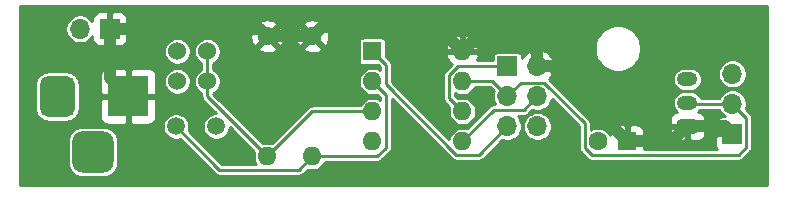
<source format=gtl>
%TF.GenerationSoftware,KiCad,Pcbnew,5.99.0+really5.1.10+dfsg1-1*%
%TF.CreationDate,2022-02-16T19:45:23+00:00*%
%TF.ProjectId,mayor,6d61796f-722e-46b6-9963-61645f706362,rev?*%
%TF.SameCoordinates,Original*%
%TF.FileFunction,Copper,L1,Top*%
%TF.FilePolarity,Positive*%
%FSLAX46Y46*%
G04 Gerber Fmt 4.6, Leading zero omitted, Abs format (unit mm)*
G04 Created by KiCad (PCBNEW 5.99.0+really5.1.10+dfsg1-1) date 2022-02-16 19:45:23*
%MOMM*%
%LPD*%
G01*
G04 APERTURE LIST*
%TA.AperFunction,ComponentPad*%
%ADD10R,1.700000X1.700000*%
%TD*%
%TA.AperFunction,ComponentPad*%
%ADD11O,1.700000X1.700000*%
%TD*%
%TA.AperFunction,ComponentPad*%
%ADD12R,1.600000X1.600000*%
%TD*%
%TA.AperFunction,ComponentPad*%
%ADD13O,1.600000X1.600000*%
%TD*%
%TA.AperFunction,ComponentPad*%
%ADD14C,1.600000*%
%TD*%
%TA.AperFunction,ComponentPad*%
%ADD15R,3.500000X3.500000*%
%TD*%
%TA.AperFunction,ComponentPad*%
%ADD16O,1.750000X1.200000*%
%TD*%
%TA.AperFunction,ComponentPad*%
%ADD17C,1.500000*%
%TD*%
%TA.AperFunction,ComponentPad*%
%ADD18C,1.524000*%
%TD*%
%TA.AperFunction,Conductor*%
%ADD19C,1.000000*%
%TD*%
%TA.AperFunction,Conductor*%
%ADD20C,0.250000*%
%TD*%
%TA.AperFunction,Conductor*%
%ADD21C,0.254000*%
%TD*%
%TA.AperFunction,Conductor*%
%ADD22C,0.100000*%
%TD*%
G04 APERTURE END LIST*
D10*
%TO.P,J2,1*%
%TO.N,MISO*%
X120650000Y-95520000D03*
D11*
%TO.P,J2,2*%
%TO.N,+5V*%
X123190000Y-95520000D03*
%TO.P,J2,3*%
%TO.N,LED_Data*%
X120650000Y-98060000D03*
%TO.P,J2,4*%
%TO.N,MOSI*%
X123190000Y-98060000D03*
%TO.P,J2,5*%
%TO.N,~RESET*%
X120650000Y-100600000D03*
%TO.P,J2,6*%
%TO.N,GND*%
X123190000Y-100600000D03*
%TD*%
D12*
%TO.P,U1,1*%
%TO.N,~RESET*%
X109220000Y-94250000D03*
D13*
%TO.P,U1,5*%
%TO.N,MOSI*%
X116840000Y-101870000D03*
%TO.P,U1,2*%
%TO.N,Light*%
X109220000Y-96790000D03*
%TO.P,U1,6*%
%TO.N,MISO*%
X116840000Y-99330000D03*
%TO.P,U1,3*%
%TO.N,Tilt*%
X109220000Y-99330000D03*
%TO.P,U1,7*%
%TO.N,LED_Data*%
X116840000Y-96790000D03*
%TO.P,U1,4*%
%TO.N,GND*%
X109220000Y-101870000D03*
%TO.P,U1,8*%
%TO.N,+5V*%
X116840000Y-94250000D03*
%TD*%
D12*
%TO.P,C1,1*%
%TO.N,+5V*%
X130810000Y-101870000D03*
D14*
%TO.P,C1,2*%
%TO.N,GND*%
X128310000Y-101870000D03*
%TD*%
D15*
%TO.P,J1,1*%
%TO.N,+5V*%
X88550000Y-98060000D03*
%TO.P,J1,2*%
%TO.N,GND*%
%TA.AperFunction,ComponentPad*%
G36*
G01*
X81050000Y-99060000D02*
X81050000Y-97060000D01*
G75*
G02*
X81800000Y-96310000I750000J0D01*
G01*
X83300000Y-96310000D01*
G75*
G02*
X84050000Y-97060000I0J-750000D01*
G01*
X84050000Y-99060000D01*
G75*
G02*
X83300000Y-99810000I-750000J0D01*
G01*
X81800000Y-99810000D01*
G75*
G02*
X81050000Y-99060000I0J750000D01*
G01*
G37*
%TD.AperFunction*%
%TO.P,J1,3*%
%TO.N,N/C*%
%TA.AperFunction,ComponentPad*%
G36*
G01*
X83800000Y-103635000D02*
X83800000Y-101885000D01*
G75*
G02*
X84675000Y-101010000I875000J0D01*
G01*
X86425000Y-101010000D01*
G75*
G02*
X87300000Y-101885000I0J-875000D01*
G01*
X87300000Y-103635000D01*
G75*
G02*
X86425000Y-104510000I-875000J0D01*
G01*
X84675000Y-104510000D01*
G75*
G02*
X83800000Y-103635000I0J875000D01*
G01*
G37*
%TD.AperFunction*%
%TD*%
%TO.P,J3,1*%
%TO.N,+5V*%
%TA.AperFunction,ComponentPad*%
G36*
G01*
X136515001Y-101200000D02*
X135264999Y-101200000D01*
G75*
G02*
X135015000Y-100950001I0J249999D01*
G01*
X135015000Y-100249999D01*
G75*
G02*
X135264999Y-100000000I249999J0D01*
G01*
X136515001Y-100000000D01*
G75*
G02*
X136765000Y-100249999I0J-249999D01*
G01*
X136765000Y-100950001D01*
G75*
G02*
X136515001Y-101200000I-249999J0D01*
G01*
G37*
%TD.AperFunction*%
D16*
%TO.P,J3,2*%
%TO.N,LED_Data*%
X135890000Y-98600000D03*
%TO.P,J3,3*%
%TO.N,GND*%
X135890000Y-96600000D03*
%TD*%
D14*
%TO.P,R1,1*%
%TO.N,+5V*%
X104140000Y-92980000D03*
D13*
%TO.P,R1,2*%
%TO.N,Light*%
X104140000Y-103140000D03*
%TD*%
D17*
%TO.P,R2,1*%
%TO.N,Light*%
X92595001Y-100600000D03*
%TO.P,R2,2*%
%TO.N,GND*%
X95995001Y-100600000D03*
%TD*%
D13*
%TO.P,R3,2*%
%TO.N,Tilt*%
X100330000Y-103140000D03*
D14*
%TO.P,R3,1*%
%TO.N,+5V*%
X100330000Y-92980000D03*
%TD*%
D18*
%TO.P,SW1,1*%
%TO.N,Tilt*%
X95250000Y-96790000D03*
X95250000Y-94250000D03*
%TO.P,SW1,2*%
%TO.N,GND*%
X92710000Y-96790000D03*
X92710000Y-94250000D03*
%TD*%
D10*
%TO.P,J4,1*%
%TO.N,+5V*%
X86995000Y-92345000D03*
D11*
%TO.P,J4,2*%
%TO.N,GND*%
X84455000Y-92345000D03*
%TD*%
D10*
%TO.P,J5,1*%
%TO.N,+5V*%
X139700000Y-101235000D03*
D11*
%TO.P,J5,2*%
%TO.N,LED_Data*%
X139700000Y-98695000D03*
%TO.P,J5,3*%
%TO.N,GND*%
X139700000Y-96155000D03*
%TD*%
D19*
%TO.N,+5V*%
X86995000Y-96505000D02*
X88550000Y-98060000D01*
X86995000Y-92345000D02*
X86995000Y-96505000D01*
X99695000Y-92345000D02*
X100330000Y-92980000D01*
X86995000Y-92345000D02*
X99695000Y-92345000D01*
X100330000Y-92980000D02*
X104140000Y-92980000D01*
X114770001Y-92180001D02*
X116840000Y-94250000D01*
X104939999Y-92180001D02*
X114770001Y-92180001D01*
X104140000Y-92980000D02*
X104939999Y-92180001D01*
X123190000Y-94317919D02*
X123190000Y-95520000D01*
X122322082Y-93450001D02*
X123190000Y-94317919D01*
X117639999Y-93450001D02*
X122322082Y-93450001D01*
X116840000Y-94250000D02*
X117639999Y-93450001D01*
X124460000Y-95520000D02*
X130810000Y-101870000D01*
X123190000Y-95520000D02*
X124460000Y-95520000D01*
X134620000Y-101870000D02*
X135890000Y-100600000D01*
X130810000Y-101870000D02*
X134620000Y-101870000D01*
X139065000Y-100600000D02*
X139700000Y-101235000D01*
X135890000Y-100600000D02*
X139065000Y-100600000D01*
D20*
%TO.N,MISO*%
X115714999Y-98204999D02*
X116840000Y-99330000D01*
X115714999Y-96249999D02*
X115714999Y-98204999D01*
X116444998Y-95520000D02*
X115714999Y-96249999D01*
X120650000Y-95520000D02*
X116444998Y-95520000D01*
%TO.N,LED_Data*%
X119380000Y-96790000D02*
X120650000Y-98060000D01*
X116840000Y-96790000D02*
X119380000Y-96790000D01*
X140875001Y-99870001D02*
X139700000Y-98695000D01*
X140875001Y-102345001D02*
X140875001Y-99870001D01*
X140225001Y-102995001D02*
X140875001Y-102345001D01*
X127769999Y-102995001D02*
X140225001Y-102995001D01*
X127184999Y-102410001D02*
X127769999Y-102995001D01*
X127184999Y-100315997D02*
X127184999Y-102410001D01*
X123754001Y-96884999D02*
X127184999Y-100315997D01*
X121825001Y-96884999D02*
X123754001Y-96884999D01*
X120650000Y-98060000D02*
X121825001Y-96884999D01*
X135985000Y-98695000D02*
X135890000Y-98600000D01*
X139700000Y-98695000D02*
X135985000Y-98695000D01*
%TO.N,MOSI*%
X119474999Y-99235001D02*
X116840000Y-101870000D01*
X122014999Y-99235001D02*
X119474999Y-99235001D01*
X123190000Y-98060000D02*
X122014999Y-99235001D01*
%TO.N,~RESET*%
X110345001Y-95375001D02*
X109220000Y-94250000D01*
X110345001Y-97040003D02*
X110345001Y-95375001D01*
X116299999Y-102995001D02*
X110345001Y-97040003D01*
X118254999Y-102995001D02*
X116299999Y-102995001D01*
X120650000Y-100600000D02*
X118254999Y-102995001D01*
%TO.N,Light*%
X103014999Y-104265001D02*
X104140000Y-103140000D01*
X96260002Y-104265001D02*
X103014999Y-104265001D01*
X92595001Y-100600000D02*
X96260002Y-104265001D01*
X110345001Y-97915001D02*
X109220000Y-96790000D01*
X110345001Y-102410001D02*
X110345001Y-97915001D01*
X109615002Y-103140000D02*
X110345001Y-102410001D01*
X104140000Y-103140000D02*
X109615002Y-103140000D01*
%TO.N,Tilt*%
X95250000Y-94250000D02*
X95250000Y-96790000D01*
X95250000Y-98060000D02*
X100330000Y-103140000D01*
X95250000Y-96790000D02*
X95250000Y-98060000D01*
X104140000Y-99330000D02*
X109220000Y-99330000D01*
X100330000Y-103140000D02*
X104140000Y-99330000D01*
%TD*%
D21*
%TO.N,+5V*%
X142598001Y-105598000D02*
X79402000Y-105598000D01*
X79402000Y-101885000D01*
X83421176Y-101885000D01*
X83421176Y-103635000D01*
X83445268Y-103879609D01*
X83516618Y-104114818D01*
X83632483Y-104331587D01*
X83788413Y-104521587D01*
X83978413Y-104677517D01*
X84195182Y-104793382D01*
X84430391Y-104864732D01*
X84675000Y-104888824D01*
X86425000Y-104888824D01*
X86669609Y-104864732D01*
X86904818Y-104793382D01*
X87121587Y-104677517D01*
X87311587Y-104521587D01*
X87467517Y-104331587D01*
X87583382Y-104114818D01*
X87654732Y-103879609D01*
X87678824Y-103635000D01*
X87678824Y-101885000D01*
X87654732Y-101640391D01*
X87583382Y-101405182D01*
X87467517Y-101188413D01*
X87311587Y-100998413D01*
X87121587Y-100842483D01*
X86904818Y-100726618D01*
X86669609Y-100655268D01*
X86425000Y-100631176D01*
X84675000Y-100631176D01*
X84430391Y-100655268D01*
X84195182Y-100726618D01*
X83978413Y-100842483D01*
X83788413Y-100998413D01*
X83632483Y-101188413D01*
X83516618Y-101405182D01*
X83445268Y-101640391D01*
X83421176Y-101885000D01*
X79402000Y-101885000D01*
X79402000Y-100489000D01*
X91468001Y-100489000D01*
X91468001Y-100711000D01*
X91511311Y-100928734D01*
X91596267Y-101133835D01*
X91719603Y-101318421D01*
X91876580Y-101475398D01*
X92061166Y-101598734D01*
X92266267Y-101683690D01*
X92484001Y-101727000D01*
X92706001Y-101727000D01*
X92923735Y-101683690D01*
X92955570Y-101670503D01*
X95887605Y-104602539D01*
X95903318Y-104621685D01*
X95979757Y-104684418D01*
X96066966Y-104731032D01*
X96161593Y-104759737D01*
X96235349Y-104767001D01*
X96235358Y-104767001D01*
X96260001Y-104769428D01*
X96284644Y-104767001D01*
X102990356Y-104767001D01*
X103014999Y-104769428D01*
X103039642Y-104767001D01*
X103039652Y-104767001D01*
X103113408Y-104759737D01*
X103208035Y-104731032D01*
X103295244Y-104684418D01*
X103371683Y-104621685D01*
X103387400Y-104602534D01*
X103741163Y-104248772D01*
X103796682Y-104271769D01*
X104024076Y-104317000D01*
X104255924Y-104317000D01*
X104483318Y-104271769D01*
X104697519Y-104183044D01*
X104890294Y-104054236D01*
X105054236Y-103890294D01*
X105183044Y-103697519D01*
X105206041Y-103642000D01*
X109590359Y-103642000D01*
X109615002Y-103644427D01*
X109639645Y-103642000D01*
X109639655Y-103642000D01*
X109713411Y-103634736D01*
X109808038Y-103606031D01*
X109895247Y-103559417D01*
X109971686Y-103496684D01*
X109987403Y-103477533D01*
X110682539Y-102782398D01*
X110701685Y-102766685D01*
X110717401Y-102747536D01*
X110764417Y-102690247D01*
X110764418Y-102690246D01*
X110811032Y-102603037D01*
X110839737Y-102508410D01*
X110847001Y-102434654D01*
X110847001Y-102434645D01*
X110849428Y-102410002D01*
X110847001Y-102385359D01*
X110847001Y-98251937D01*
X115927602Y-103332539D01*
X115943315Y-103351685D01*
X116019754Y-103414418D01*
X116106963Y-103461032D01*
X116201590Y-103489737D01*
X116275346Y-103497001D01*
X116275356Y-103497001D01*
X116299999Y-103499428D01*
X116324642Y-103497001D01*
X118230356Y-103497001D01*
X118254999Y-103499428D01*
X118279642Y-103497001D01*
X118279652Y-103497001D01*
X118353408Y-103489737D01*
X118448035Y-103461032D01*
X118535244Y-103414418D01*
X118611683Y-103351685D01*
X118627401Y-103332534D01*
X120212895Y-101747040D01*
X120292097Y-101779847D01*
X120529151Y-101827000D01*
X120770849Y-101827000D01*
X121007903Y-101779847D01*
X121231202Y-101687353D01*
X121432167Y-101553073D01*
X121603073Y-101382167D01*
X121737353Y-101181202D01*
X121829847Y-100957903D01*
X121877000Y-100720849D01*
X121877000Y-100479151D01*
X121963000Y-100479151D01*
X121963000Y-100720849D01*
X122010153Y-100957903D01*
X122102647Y-101181202D01*
X122236927Y-101382167D01*
X122407833Y-101553073D01*
X122608798Y-101687353D01*
X122832097Y-101779847D01*
X123069151Y-101827000D01*
X123310849Y-101827000D01*
X123547903Y-101779847D01*
X123771202Y-101687353D01*
X123972167Y-101553073D01*
X124143073Y-101382167D01*
X124277353Y-101181202D01*
X124369847Y-100957903D01*
X124417000Y-100720849D01*
X124417000Y-100479151D01*
X124369847Y-100242097D01*
X124277353Y-100018798D01*
X124143073Y-99817833D01*
X123972167Y-99646927D01*
X123771202Y-99512647D01*
X123547903Y-99420153D01*
X123310849Y-99373000D01*
X123069151Y-99373000D01*
X122832097Y-99420153D01*
X122608798Y-99512647D01*
X122407833Y-99646927D01*
X122236927Y-99817833D01*
X122102647Y-100018798D01*
X122010153Y-100242097D01*
X121963000Y-100479151D01*
X121877000Y-100479151D01*
X121829847Y-100242097D01*
X121737353Y-100018798D01*
X121603073Y-99817833D01*
X121522241Y-99737001D01*
X121990356Y-99737001D01*
X122014999Y-99739428D01*
X122039642Y-99737001D01*
X122039652Y-99737001D01*
X122113408Y-99729737D01*
X122208035Y-99701032D01*
X122295244Y-99654418D01*
X122371683Y-99591685D01*
X122387400Y-99572534D01*
X122752894Y-99207040D01*
X122832097Y-99239847D01*
X123069151Y-99287000D01*
X123310849Y-99287000D01*
X123547903Y-99239847D01*
X123771202Y-99147353D01*
X123972167Y-99013073D01*
X124143073Y-98842167D01*
X124277353Y-98641202D01*
X124369847Y-98417903D01*
X124404211Y-98245143D01*
X126682999Y-100523932D01*
X126683000Y-102385348D01*
X126680572Y-102410001D01*
X126690264Y-102508410D01*
X126718969Y-102603037D01*
X126765583Y-102690246D01*
X126812600Y-102747536D01*
X126812601Y-102747537D01*
X126828316Y-102766685D01*
X126847462Y-102782398D01*
X127397602Y-103332539D01*
X127413315Y-103351685D01*
X127489754Y-103414418D01*
X127576963Y-103461032D01*
X127671590Y-103489737D01*
X127745346Y-103497001D01*
X127745356Y-103497001D01*
X127769999Y-103499428D01*
X127794642Y-103497001D01*
X140200358Y-103497001D01*
X140225001Y-103499428D01*
X140249644Y-103497001D01*
X140249654Y-103497001D01*
X140323410Y-103489737D01*
X140418037Y-103461032D01*
X140505246Y-103414418D01*
X140581685Y-103351685D01*
X140597402Y-103332534D01*
X141212544Y-102717394D01*
X141231685Y-102701685D01*
X141247393Y-102682545D01*
X141247401Y-102682537D01*
X141294417Y-102625247D01*
X141294418Y-102625246D01*
X141341032Y-102538037D01*
X141369737Y-102443410D01*
X141377001Y-102369654D01*
X141377001Y-102369644D01*
X141379428Y-102345001D01*
X141377001Y-102320358D01*
X141377001Y-99894643D01*
X141379428Y-99870000D01*
X141377001Y-99845357D01*
X141377001Y-99845348D01*
X141369737Y-99771592D01*
X141341032Y-99676965D01*
X141294418Y-99589756D01*
X141231685Y-99513317D01*
X141212539Y-99497604D01*
X140847040Y-99132105D01*
X140879847Y-99052903D01*
X140927000Y-98815849D01*
X140927000Y-98574151D01*
X140879847Y-98337097D01*
X140787353Y-98113798D01*
X140653073Y-97912833D01*
X140482167Y-97741927D01*
X140281202Y-97607647D01*
X140057903Y-97515153D01*
X139820849Y-97468000D01*
X139579151Y-97468000D01*
X139342097Y-97515153D01*
X139118798Y-97607647D01*
X138917833Y-97741927D01*
X138746927Y-97912833D01*
X138612647Y-98113798D01*
X138579840Y-98193000D01*
X137055262Y-98193000D01*
X136981276Y-98054582D01*
X136859186Y-97905814D01*
X136710418Y-97783724D01*
X136540691Y-97693003D01*
X136356525Y-97637137D01*
X136212993Y-97623000D01*
X135567007Y-97623000D01*
X135423475Y-97637137D01*
X135239309Y-97693003D01*
X135069582Y-97783724D01*
X134920814Y-97905814D01*
X134798724Y-98054582D01*
X134708003Y-98224309D01*
X134652137Y-98408475D01*
X134633273Y-98600000D01*
X134652137Y-98791525D01*
X134708003Y-98975691D01*
X134798724Y-99145418D01*
X134920814Y-99294186D01*
X135004606Y-99362952D01*
X134890518Y-99374188D01*
X134770820Y-99410498D01*
X134660506Y-99469463D01*
X134563815Y-99548815D01*
X134484463Y-99645506D01*
X134425498Y-99755820D01*
X134389188Y-99875518D01*
X134376928Y-100000000D01*
X134380000Y-100314250D01*
X134538750Y-100473000D01*
X135763000Y-100473000D01*
X135763000Y-100453000D01*
X136017000Y-100453000D01*
X136017000Y-100473000D01*
X137241250Y-100473000D01*
X137400000Y-100314250D01*
X137403072Y-100000000D01*
X137390812Y-99875518D01*
X137354502Y-99755820D01*
X137295537Y-99645506D01*
X137216185Y-99548815D01*
X137119494Y-99469463D01*
X137009180Y-99410498D01*
X136889482Y-99374188D01*
X136775394Y-99362952D01*
X136859186Y-99294186D01*
X136938944Y-99197000D01*
X138579840Y-99197000D01*
X138612647Y-99276202D01*
X138746927Y-99477167D01*
X138917833Y-99648073D01*
X139067553Y-99748112D01*
X138850000Y-99746928D01*
X138725518Y-99759188D01*
X138605820Y-99795498D01*
X138495506Y-99854463D01*
X138398815Y-99933815D01*
X138319463Y-100030506D01*
X138260498Y-100140820D01*
X138224188Y-100260518D01*
X138211928Y-100385000D01*
X138215000Y-100949250D01*
X138373750Y-101108000D01*
X139573000Y-101108000D01*
X139573000Y-101088000D01*
X139827000Y-101088000D01*
X139827000Y-101108000D01*
X139847000Y-101108000D01*
X139847000Y-101362000D01*
X139827000Y-101362000D01*
X139827000Y-101382000D01*
X139573000Y-101382000D01*
X139573000Y-101362000D01*
X138373750Y-101362000D01*
X138215000Y-101520750D01*
X138211928Y-102085000D01*
X138224188Y-102209482D01*
X138260498Y-102329180D01*
X138319463Y-102439494D01*
X138363375Y-102493001D01*
X132247015Y-102493001D01*
X132245000Y-102155750D01*
X132086250Y-101997000D01*
X130937000Y-101997000D01*
X130937000Y-102017000D01*
X130683000Y-102017000D01*
X130683000Y-101997000D01*
X130663000Y-101997000D01*
X130663000Y-101743000D01*
X130683000Y-101743000D01*
X130683000Y-100593750D01*
X130937000Y-100593750D01*
X130937000Y-101743000D01*
X132086250Y-101743000D01*
X132245000Y-101584250D01*
X132247295Y-101200000D01*
X134376928Y-101200000D01*
X134389188Y-101324482D01*
X134425498Y-101444180D01*
X134484463Y-101554494D01*
X134563815Y-101651185D01*
X134660506Y-101730537D01*
X134770820Y-101789502D01*
X134890518Y-101825812D01*
X135015000Y-101838072D01*
X135604250Y-101835000D01*
X135763000Y-101676250D01*
X135763000Y-100727000D01*
X136017000Y-100727000D01*
X136017000Y-101676250D01*
X136175750Y-101835000D01*
X136765000Y-101838072D01*
X136889482Y-101825812D01*
X137009180Y-101789502D01*
X137119494Y-101730537D01*
X137216185Y-101651185D01*
X137295537Y-101554494D01*
X137354502Y-101444180D01*
X137390812Y-101324482D01*
X137403072Y-101200000D01*
X137400000Y-100885750D01*
X137241250Y-100727000D01*
X136017000Y-100727000D01*
X135763000Y-100727000D01*
X134538750Y-100727000D01*
X134380000Y-100885750D01*
X134376928Y-101200000D01*
X132247295Y-101200000D01*
X132248072Y-101070000D01*
X132235812Y-100945518D01*
X132199502Y-100825820D01*
X132140537Y-100715506D01*
X132061185Y-100618815D01*
X131964494Y-100539463D01*
X131854180Y-100480498D01*
X131734482Y-100444188D01*
X131610000Y-100431928D01*
X131095750Y-100435000D01*
X130937000Y-100593750D01*
X130683000Y-100593750D01*
X130524250Y-100435000D01*
X130010000Y-100431928D01*
X129885518Y-100444188D01*
X129765820Y-100480498D01*
X129655506Y-100539463D01*
X129558815Y-100618815D01*
X129479463Y-100715506D01*
X129420498Y-100825820D01*
X129384188Y-100945518D01*
X129371928Y-101070000D01*
X129373674Y-101362286D01*
X129353044Y-101312481D01*
X129224236Y-101119706D01*
X129060294Y-100955764D01*
X128867519Y-100826956D01*
X128653318Y-100738231D01*
X128425924Y-100693000D01*
X128194076Y-100693000D01*
X127966682Y-100738231D01*
X127752481Y-100826956D01*
X127686999Y-100870710D01*
X127686999Y-100340640D01*
X127689426Y-100315997D01*
X127686999Y-100291354D01*
X127686999Y-100291344D01*
X127679735Y-100217588D01*
X127651030Y-100122961D01*
X127604416Y-100035752D01*
X127541683Y-99959313D01*
X127522537Y-99943600D01*
X124188511Y-96609575D01*
X124199133Y-96600000D01*
X134633273Y-96600000D01*
X134652137Y-96791525D01*
X134708003Y-96975691D01*
X134798724Y-97145418D01*
X134920814Y-97294186D01*
X135069582Y-97416276D01*
X135239309Y-97506997D01*
X135423475Y-97562863D01*
X135567007Y-97577000D01*
X136212993Y-97577000D01*
X136356525Y-97562863D01*
X136540691Y-97506997D01*
X136710418Y-97416276D01*
X136859186Y-97294186D01*
X136981276Y-97145418D01*
X137071997Y-96975691D01*
X137127863Y-96791525D01*
X137146727Y-96600000D01*
X137127863Y-96408475D01*
X137071997Y-96224309D01*
X136981276Y-96054582D01*
X136964509Y-96034151D01*
X138473000Y-96034151D01*
X138473000Y-96275849D01*
X138520153Y-96512903D01*
X138612647Y-96736202D01*
X138746927Y-96937167D01*
X138917833Y-97108073D01*
X139118798Y-97242353D01*
X139342097Y-97334847D01*
X139579151Y-97382000D01*
X139820849Y-97382000D01*
X140057903Y-97334847D01*
X140281202Y-97242353D01*
X140482167Y-97108073D01*
X140653073Y-96937167D01*
X140787353Y-96736202D01*
X140879847Y-96512903D01*
X140927000Y-96275849D01*
X140927000Y-96034151D01*
X140879847Y-95797097D01*
X140787353Y-95573798D01*
X140653073Y-95372833D01*
X140482167Y-95201927D01*
X140281202Y-95067647D01*
X140057903Y-94975153D01*
X139820849Y-94928000D01*
X139579151Y-94928000D01*
X139342097Y-94975153D01*
X139118798Y-95067647D01*
X138917833Y-95201927D01*
X138746927Y-95372833D01*
X138612647Y-95573798D01*
X138520153Y-95797097D01*
X138473000Y-96034151D01*
X136964509Y-96034151D01*
X136859186Y-95905814D01*
X136710418Y-95783724D01*
X136540691Y-95693003D01*
X136356525Y-95637137D01*
X136212993Y-95623000D01*
X135567007Y-95623000D01*
X135423475Y-95637137D01*
X135239309Y-95693003D01*
X135069582Y-95783724D01*
X134920814Y-95905814D01*
X134798724Y-96054582D01*
X134708003Y-96224309D01*
X134652137Y-96408475D01*
X134633273Y-96600000D01*
X124199133Y-96600000D01*
X124287588Y-96520269D01*
X124461641Y-96286920D01*
X124586825Y-96024099D01*
X124631476Y-95876890D01*
X124510155Y-95647000D01*
X123317000Y-95647000D01*
X123317000Y-95667000D01*
X123063000Y-95667000D01*
X123063000Y-95647000D01*
X123043000Y-95647000D01*
X123043000Y-95393000D01*
X123063000Y-95393000D01*
X123063000Y-94199186D01*
X123317000Y-94199186D01*
X123317000Y-95393000D01*
X124510155Y-95393000D01*
X124631476Y-95163110D01*
X124586825Y-95015901D01*
X124461641Y-94753080D01*
X124287588Y-94519731D01*
X124071355Y-94324822D01*
X123821252Y-94175843D01*
X123546891Y-94078519D01*
X123317000Y-94199186D01*
X123063000Y-94199186D01*
X122833109Y-94078519D01*
X122558748Y-94175843D01*
X122308645Y-94324822D01*
X122092412Y-94519731D01*
X121918359Y-94753080D01*
X121878824Y-94836083D01*
X121878824Y-94670000D01*
X121871545Y-94596095D01*
X121849988Y-94525030D01*
X121814981Y-94459537D01*
X121767869Y-94402131D01*
X121710463Y-94355019D01*
X121644970Y-94320012D01*
X121573905Y-94298455D01*
X121500000Y-94291176D01*
X119800000Y-94291176D01*
X119726095Y-94298455D01*
X119655030Y-94320012D01*
X119589537Y-94355019D01*
X119532131Y-94402131D01*
X119485019Y-94459537D01*
X119450012Y-94525030D01*
X119428455Y-94596095D01*
X119421176Y-94670000D01*
X119421176Y-95018000D01*
X118048370Y-95018000D01*
X118071037Y-94987420D01*
X118191246Y-94733087D01*
X118231904Y-94599039D01*
X118109915Y-94377000D01*
X116967000Y-94377000D01*
X116967000Y-94397000D01*
X116713000Y-94397000D01*
X116713000Y-94377000D01*
X115570085Y-94377000D01*
X115448096Y-94599039D01*
X115488754Y-94733087D01*
X115608963Y-94987420D01*
X115776481Y-95213414D01*
X115915544Y-95339519D01*
X115377466Y-95877598D01*
X115358315Y-95893315D01*
X115295582Y-95969754D01*
X115248968Y-96056964D01*
X115220263Y-96151591D01*
X115212999Y-96225347D01*
X115212999Y-96225356D01*
X115210572Y-96249999D01*
X115212999Y-96274642D01*
X115213000Y-98180346D01*
X115210572Y-98204999D01*
X115220264Y-98303408D01*
X115248969Y-98398035D01*
X115295583Y-98485244D01*
X115342600Y-98542534D01*
X115342603Y-98542537D01*
X115358316Y-98561683D01*
X115377462Y-98577396D01*
X115731228Y-98931163D01*
X115708231Y-98986682D01*
X115663000Y-99214076D01*
X115663000Y-99445924D01*
X115708231Y-99673318D01*
X115796956Y-99887519D01*
X115925764Y-100080294D01*
X116089706Y-100244236D01*
X116282481Y-100373044D01*
X116496682Y-100461769D01*
X116724076Y-100507000D01*
X116955924Y-100507000D01*
X117183318Y-100461769D01*
X117397519Y-100373044D01*
X117590294Y-100244236D01*
X117754236Y-100080294D01*
X117883044Y-99887519D01*
X117971769Y-99673318D01*
X118017000Y-99445924D01*
X118017000Y-99214076D01*
X117971769Y-98986682D01*
X117883044Y-98772481D01*
X117754236Y-98579706D01*
X117590294Y-98415764D01*
X117397519Y-98286956D01*
X117183318Y-98198231D01*
X116955924Y-98153000D01*
X116724076Y-98153000D01*
X116496682Y-98198231D01*
X116441163Y-98221228D01*
X116216999Y-97997065D01*
X116216999Y-97789290D01*
X116282481Y-97833044D01*
X116496682Y-97921769D01*
X116724076Y-97967000D01*
X116955924Y-97967000D01*
X117183318Y-97921769D01*
X117397519Y-97833044D01*
X117590294Y-97704236D01*
X117754236Y-97540294D01*
X117883044Y-97347519D01*
X117906041Y-97292000D01*
X119172066Y-97292000D01*
X119502960Y-97622894D01*
X119470153Y-97702097D01*
X119423000Y-97939151D01*
X119423000Y-98180849D01*
X119470153Y-98417903D01*
X119562647Y-98641202D01*
X119623985Y-98733001D01*
X119499641Y-98733001D01*
X119474998Y-98730574D01*
X119450355Y-98733001D01*
X119450346Y-98733001D01*
X119376590Y-98740265D01*
X119281963Y-98768970D01*
X119194754Y-98815584D01*
X119118315Y-98878317D01*
X119102602Y-98897463D01*
X117238838Y-100761228D01*
X117183318Y-100738231D01*
X116955924Y-100693000D01*
X116724076Y-100693000D01*
X116496682Y-100738231D01*
X116282481Y-100826956D01*
X116089706Y-100955764D01*
X115925764Y-101119706D01*
X115796956Y-101312481D01*
X115708231Y-101526682D01*
X115680588Y-101665655D01*
X110847001Y-96832069D01*
X110847001Y-95399644D01*
X110849428Y-95375001D01*
X110847001Y-95350358D01*
X110847001Y-95350348D01*
X110839737Y-95276592D01*
X110811032Y-95181965D01*
X110785779Y-95134719D01*
X110764418Y-95094755D01*
X110717401Y-95037465D01*
X110717393Y-95037457D01*
X110701685Y-95018317D01*
X110682544Y-95002608D01*
X110398824Y-94718889D01*
X110398824Y-93900961D01*
X115448096Y-93900961D01*
X115570085Y-94123000D01*
X116713000Y-94123000D01*
X116713000Y-92979376D01*
X116967000Y-92979376D01*
X116967000Y-94123000D01*
X118109915Y-94123000D01*
X118231904Y-93900961D01*
X118202884Y-93805282D01*
X128023000Y-93805282D01*
X128023000Y-94194718D01*
X128098975Y-94576670D01*
X128248005Y-94936461D01*
X128464364Y-95260264D01*
X128739736Y-95535636D01*
X129063539Y-95751995D01*
X129423330Y-95901025D01*
X129805282Y-95977000D01*
X130194718Y-95977000D01*
X130576670Y-95901025D01*
X130936461Y-95751995D01*
X131260264Y-95535636D01*
X131535636Y-95260264D01*
X131751995Y-94936461D01*
X131901025Y-94576670D01*
X131977000Y-94194718D01*
X131977000Y-93805282D01*
X131901025Y-93423330D01*
X131751995Y-93063539D01*
X131535636Y-92739736D01*
X131260264Y-92464364D01*
X130936461Y-92248005D01*
X130576670Y-92098975D01*
X130194718Y-92023000D01*
X129805282Y-92023000D01*
X129423330Y-92098975D01*
X129063539Y-92248005D01*
X128739736Y-92464364D01*
X128464364Y-92739736D01*
X128248005Y-93063539D01*
X128098975Y-93423330D01*
X128023000Y-93805282D01*
X118202884Y-93805282D01*
X118191246Y-93766913D01*
X118071037Y-93512580D01*
X117903519Y-93286586D01*
X117695131Y-93097615D01*
X117453881Y-92952930D01*
X117189040Y-92858091D01*
X116967000Y-92979376D01*
X116713000Y-92979376D01*
X116490960Y-92858091D01*
X116226119Y-92952930D01*
X115984869Y-93097615D01*
X115776481Y-93286586D01*
X115608963Y-93512580D01*
X115488754Y-93766913D01*
X115448096Y-93900961D01*
X110398824Y-93900961D01*
X110398824Y-93450000D01*
X110391545Y-93376095D01*
X110369988Y-93305030D01*
X110334981Y-93239537D01*
X110287869Y-93182131D01*
X110230463Y-93135019D01*
X110164970Y-93100012D01*
X110093905Y-93078455D01*
X110020000Y-93071176D01*
X108420000Y-93071176D01*
X108346095Y-93078455D01*
X108275030Y-93100012D01*
X108209537Y-93135019D01*
X108152131Y-93182131D01*
X108105019Y-93239537D01*
X108070012Y-93305030D01*
X108048455Y-93376095D01*
X108041176Y-93450000D01*
X108041176Y-95050000D01*
X108048455Y-95123905D01*
X108070012Y-95194970D01*
X108105019Y-95260463D01*
X108152131Y-95317869D01*
X108209537Y-95364981D01*
X108275030Y-95399988D01*
X108346095Y-95421545D01*
X108420000Y-95428824D01*
X109688889Y-95428824D01*
X109843002Y-95582938D01*
X109843002Y-95790710D01*
X109777519Y-95746956D01*
X109563318Y-95658231D01*
X109335924Y-95613000D01*
X109104076Y-95613000D01*
X108876682Y-95658231D01*
X108662481Y-95746956D01*
X108469706Y-95875764D01*
X108305764Y-96039706D01*
X108176956Y-96232481D01*
X108088231Y-96446682D01*
X108043000Y-96674076D01*
X108043000Y-96905924D01*
X108088231Y-97133318D01*
X108176956Y-97347519D01*
X108305764Y-97540294D01*
X108469706Y-97704236D01*
X108662481Y-97833044D01*
X108876682Y-97921769D01*
X109104076Y-97967000D01*
X109335924Y-97967000D01*
X109563318Y-97921769D01*
X109618837Y-97898772D01*
X109843002Y-98122938D01*
X109843002Y-98330710D01*
X109777519Y-98286956D01*
X109563318Y-98198231D01*
X109335924Y-98153000D01*
X109104076Y-98153000D01*
X108876682Y-98198231D01*
X108662481Y-98286956D01*
X108469706Y-98415764D01*
X108305764Y-98579706D01*
X108176956Y-98772481D01*
X108153959Y-98828000D01*
X104164643Y-98828000D01*
X104140000Y-98825573D01*
X104115357Y-98828000D01*
X104115347Y-98828000D01*
X104041591Y-98835264D01*
X103946964Y-98863969D01*
X103920121Y-98878317D01*
X103859754Y-98910583D01*
X103802464Y-98957600D01*
X103802456Y-98957608D01*
X103783316Y-98973316D01*
X103767607Y-98992457D01*
X100728838Y-102031228D01*
X100673318Y-102008231D01*
X100445924Y-101963000D01*
X100214076Y-101963000D01*
X99986682Y-102008231D01*
X99931163Y-102031228D01*
X95752000Y-97852066D01*
X95752000Y-97814910D01*
X95789519Y-97799369D01*
X95976070Y-97674719D01*
X96134719Y-97516070D01*
X96259369Y-97329519D01*
X96345229Y-97122234D01*
X96389000Y-96902182D01*
X96389000Y-96677818D01*
X96345229Y-96457766D01*
X96259369Y-96250481D01*
X96134719Y-96063930D01*
X95976070Y-95905281D01*
X95789519Y-95780631D01*
X95752000Y-95765090D01*
X95752000Y-95274910D01*
X95789519Y-95259369D01*
X95976070Y-95134719D01*
X96134719Y-94976070D01*
X96259369Y-94789519D01*
X96345229Y-94582234D01*
X96389000Y-94362182D01*
X96389000Y-94137818D01*
X96356157Y-93972702D01*
X99516903Y-93972702D01*
X99588486Y-94216671D01*
X99843996Y-94337571D01*
X100118184Y-94406300D01*
X100400512Y-94420217D01*
X100680130Y-94378787D01*
X100946292Y-94283603D01*
X101071514Y-94216671D01*
X101143097Y-93972702D01*
X103326903Y-93972702D01*
X103398486Y-94216671D01*
X103653996Y-94337571D01*
X103928184Y-94406300D01*
X104210512Y-94420217D01*
X104490130Y-94378787D01*
X104756292Y-94283603D01*
X104881514Y-94216671D01*
X104953097Y-93972702D01*
X104140000Y-93159605D01*
X103326903Y-93972702D01*
X101143097Y-93972702D01*
X100330000Y-93159605D01*
X99516903Y-93972702D01*
X96356157Y-93972702D01*
X96345229Y-93917766D01*
X96259369Y-93710481D01*
X96134719Y-93523930D01*
X95976070Y-93365281D01*
X95789519Y-93240631D01*
X95582234Y-93154771D01*
X95362182Y-93111000D01*
X95137818Y-93111000D01*
X94917766Y-93154771D01*
X94710481Y-93240631D01*
X94523930Y-93365281D01*
X94365281Y-93523930D01*
X94240631Y-93710481D01*
X94154771Y-93917766D01*
X94111000Y-94137818D01*
X94111000Y-94362182D01*
X94154771Y-94582234D01*
X94240631Y-94789519D01*
X94365281Y-94976070D01*
X94523930Y-95134719D01*
X94710481Y-95259369D01*
X94748000Y-95274910D01*
X94748001Y-95765090D01*
X94710481Y-95780631D01*
X94523930Y-95905281D01*
X94365281Y-96063930D01*
X94240631Y-96250481D01*
X94154771Y-96457766D01*
X94111000Y-96677818D01*
X94111000Y-96902182D01*
X94154771Y-97122234D01*
X94240631Y-97329519D01*
X94365281Y-97516070D01*
X94523930Y-97674719D01*
X94710481Y-97799369D01*
X94748001Y-97814910D01*
X94748001Y-98035347D01*
X94745573Y-98060000D01*
X94755265Y-98158409D01*
X94783970Y-98253036D01*
X94830584Y-98340245D01*
X94877601Y-98397535D01*
X94877602Y-98397536D01*
X94893317Y-98416684D01*
X94912463Y-98432397D01*
X95953066Y-99473000D01*
X95884001Y-99473000D01*
X95666267Y-99516310D01*
X95461166Y-99601266D01*
X95276580Y-99724602D01*
X95119603Y-99881579D01*
X94996267Y-100066165D01*
X94911311Y-100271266D01*
X94868001Y-100489000D01*
X94868001Y-100711000D01*
X94911311Y-100928734D01*
X94996267Y-101133835D01*
X95119603Y-101318421D01*
X95276580Y-101475398D01*
X95461166Y-101598734D01*
X95666267Y-101683690D01*
X95884001Y-101727000D01*
X96106001Y-101727000D01*
X96323735Y-101683690D01*
X96528836Y-101598734D01*
X96713422Y-101475398D01*
X96870399Y-101318421D01*
X96993735Y-101133835D01*
X97078691Y-100928734D01*
X97122001Y-100711000D01*
X97122001Y-100641935D01*
X99221228Y-102741163D01*
X99198231Y-102796682D01*
X99153000Y-103024076D01*
X99153000Y-103255924D01*
X99198231Y-103483318D01*
X99286956Y-103697519D01*
X99330710Y-103763001D01*
X96467937Y-103763001D01*
X93665504Y-100960569D01*
X93678691Y-100928734D01*
X93722001Y-100711000D01*
X93722001Y-100489000D01*
X93678691Y-100271266D01*
X93593735Y-100066165D01*
X93470399Y-99881579D01*
X93313422Y-99724602D01*
X93128836Y-99601266D01*
X92923735Y-99516310D01*
X92706001Y-99473000D01*
X92484001Y-99473000D01*
X92266267Y-99516310D01*
X92061166Y-99601266D01*
X91876580Y-99724602D01*
X91719603Y-99881579D01*
X91596267Y-100066165D01*
X91511311Y-100271266D01*
X91468001Y-100489000D01*
X79402000Y-100489000D01*
X79402000Y-97060000D01*
X80671176Y-97060000D01*
X80671176Y-99060000D01*
X80692866Y-99280223D01*
X80757103Y-99491982D01*
X80861417Y-99687141D01*
X81001801Y-99858199D01*
X81172859Y-99998583D01*
X81368018Y-100102897D01*
X81579777Y-100167134D01*
X81800000Y-100188824D01*
X83300000Y-100188824D01*
X83520223Y-100167134D01*
X83731982Y-100102897D01*
X83927141Y-99998583D01*
X84098199Y-99858199D01*
X84137754Y-99810000D01*
X86161928Y-99810000D01*
X86174188Y-99934482D01*
X86210498Y-100054180D01*
X86269463Y-100164494D01*
X86348815Y-100261185D01*
X86445506Y-100340537D01*
X86555820Y-100399502D01*
X86675518Y-100435812D01*
X86800000Y-100448072D01*
X88264250Y-100445000D01*
X88423000Y-100286250D01*
X88423000Y-98187000D01*
X88677000Y-98187000D01*
X88677000Y-100286250D01*
X88835750Y-100445000D01*
X90300000Y-100448072D01*
X90424482Y-100435812D01*
X90544180Y-100399502D01*
X90654494Y-100340537D01*
X90751185Y-100261185D01*
X90830537Y-100164494D01*
X90889502Y-100054180D01*
X90925812Y-99934482D01*
X90938072Y-99810000D01*
X90935000Y-98345750D01*
X90776250Y-98187000D01*
X88677000Y-98187000D01*
X88423000Y-98187000D01*
X86323750Y-98187000D01*
X86165000Y-98345750D01*
X86161928Y-99810000D01*
X84137754Y-99810000D01*
X84238583Y-99687141D01*
X84342897Y-99491982D01*
X84407134Y-99280223D01*
X84428824Y-99060000D01*
X84428824Y-97060000D01*
X84407134Y-96839777D01*
X84342897Y-96628018D01*
X84238583Y-96432859D01*
X84137755Y-96310000D01*
X86161928Y-96310000D01*
X86165000Y-97774250D01*
X86323750Y-97933000D01*
X88423000Y-97933000D01*
X88423000Y-95833750D01*
X88677000Y-95833750D01*
X88677000Y-97933000D01*
X90776250Y-97933000D01*
X90935000Y-97774250D01*
X90937300Y-96677818D01*
X91571000Y-96677818D01*
X91571000Y-96902182D01*
X91614771Y-97122234D01*
X91700631Y-97329519D01*
X91825281Y-97516070D01*
X91983930Y-97674719D01*
X92170481Y-97799369D01*
X92377766Y-97885229D01*
X92597818Y-97929000D01*
X92822182Y-97929000D01*
X93042234Y-97885229D01*
X93249519Y-97799369D01*
X93436070Y-97674719D01*
X93594719Y-97516070D01*
X93719369Y-97329519D01*
X93805229Y-97122234D01*
X93849000Y-96902182D01*
X93849000Y-96677818D01*
X93805229Y-96457766D01*
X93719369Y-96250481D01*
X93594719Y-96063930D01*
X93436070Y-95905281D01*
X93249519Y-95780631D01*
X93042234Y-95694771D01*
X92822182Y-95651000D01*
X92597818Y-95651000D01*
X92377766Y-95694771D01*
X92170481Y-95780631D01*
X91983930Y-95905281D01*
X91825281Y-96063930D01*
X91700631Y-96250481D01*
X91614771Y-96457766D01*
X91571000Y-96677818D01*
X90937300Y-96677818D01*
X90938072Y-96310000D01*
X90925812Y-96185518D01*
X90889502Y-96065820D01*
X90830537Y-95955506D01*
X90751185Y-95858815D01*
X90654494Y-95779463D01*
X90544180Y-95720498D01*
X90424482Y-95684188D01*
X90300000Y-95671928D01*
X88835750Y-95675000D01*
X88677000Y-95833750D01*
X88423000Y-95833750D01*
X88264250Y-95675000D01*
X86800000Y-95671928D01*
X86675518Y-95684188D01*
X86555820Y-95720498D01*
X86445506Y-95779463D01*
X86348815Y-95858815D01*
X86269463Y-95955506D01*
X86210498Y-96065820D01*
X86174188Y-96185518D01*
X86161928Y-96310000D01*
X84137755Y-96310000D01*
X84098199Y-96261801D01*
X83927141Y-96121417D01*
X83731982Y-96017103D01*
X83520223Y-95952866D01*
X83300000Y-95931176D01*
X81800000Y-95931176D01*
X81579777Y-95952866D01*
X81368018Y-96017103D01*
X81172859Y-96121417D01*
X81001801Y-96261801D01*
X80861417Y-96432859D01*
X80757103Y-96628018D01*
X80692866Y-96839777D01*
X80671176Y-97060000D01*
X79402000Y-97060000D01*
X79402000Y-94137818D01*
X91571000Y-94137818D01*
X91571000Y-94362182D01*
X91614771Y-94582234D01*
X91700631Y-94789519D01*
X91825281Y-94976070D01*
X91983930Y-95134719D01*
X92170481Y-95259369D01*
X92377766Y-95345229D01*
X92597818Y-95389000D01*
X92822182Y-95389000D01*
X93042234Y-95345229D01*
X93249519Y-95259369D01*
X93436070Y-95134719D01*
X93594719Y-94976070D01*
X93719369Y-94789519D01*
X93805229Y-94582234D01*
X93849000Y-94362182D01*
X93849000Y-94137818D01*
X93805229Y-93917766D01*
X93719369Y-93710481D01*
X93594719Y-93523930D01*
X93436070Y-93365281D01*
X93249519Y-93240631D01*
X93042234Y-93154771D01*
X92822182Y-93111000D01*
X92597818Y-93111000D01*
X92377766Y-93154771D01*
X92170481Y-93240631D01*
X91983930Y-93365281D01*
X91825281Y-93523930D01*
X91700631Y-93710481D01*
X91614771Y-93917766D01*
X91571000Y-94137818D01*
X79402000Y-94137818D01*
X79402000Y-92224151D01*
X83228000Y-92224151D01*
X83228000Y-92465849D01*
X83275153Y-92702903D01*
X83367647Y-92926202D01*
X83501927Y-93127167D01*
X83672833Y-93298073D01*
X83873798Y-93432353D01*
X84097097Y-93524847D01*
X84334151Y-93572000D01*
X84575849Y-93572000D01*
X84812903Y-93524847D01*
X85036202Y-93432353D01*
X85237167Y-93298073D01*
X85408073Y-93127167D01*
X85508112Y-92977447D01*
X85506928Y-93195000D01*
X85519188Y-93319482D01*
X85555498Y-93439180D01*
X85614463Y-93549494D01*
X85693815Y-93646185D01*
X85790506Y-93725537D01*
X85900820Y-93784502D01*
X86020518Y-93820812D01*
X86145000Y-93833072D01*
X86709250Y-93830000D01*
X86868000Y-93671250D01*
X86868000Y-92472000D01*
X87122000Y-92472000D01*
X87122000Y-93671250D01*
X87280750Y-93830000D01*
X87845000Y-93833072D01*
X87969482Y-93820812D01*
X88089180Y-93784502D01*
X88199494Y-93725537D01*
X88296185Y-93646185D01*
X88375537Y-93549494D01*
X88434502Y-93439180D01*
X88470812Y-93319482D01*
X88483072Y-93195000D01*
X88482286Y-93050512D01*
X98889783Y-93050512D01*
X98931213Y-93330130D01*
X99026397Y-93596292D01*
X99093329Y-93721514D01*
X99337298Y-93793097D01*
X100150395Y-92980000D01*
X100509605Y-92980000D01*
X101322702Y-93793097D01*
X101566671Y-93721514D01*
X101687571Y-93466004D01*
X101756300Y-93191816D01*
X101763265Y-93050512D01*
X102699783Y-93050512D01*
X102741213Y-93330130D01*
X102836397Y-93596292D01*
X102903329Y-93721514D01*
X103147298Y-93793097D01*
X103960395Y-92980000D01*
X104319605Y-92980000D01*
X105132702Y-93793097D01*
X105376671Y-93721514D01*
X105497571Y-93466004D01*
X105566300Y-93191816D01*
X105580217Y-92909488D01*
X105538787Y-92629870D01*
X105443603Y-92363708D01*
X105376671Y-92238486D01*
X105132702Y-92166903D01*
X104319605Y-92980000D01*
X103960395Y-92980000D01*
X103147298Y-92166903D01*
X102903329Y-92238486D01*
X102782429Y-92493996D01*
X102713700Y-92768184D01*
X102699783Y-93050512D01*
X101763265Y-93050512D01*
X101770217Y-92909488D01*
X101728787Y-92629870D01*
X101633603Y-92363708D01*
X101566671Y-92238486D01*
X101322702Y-92166903D01*
X100509605Y-92980000D01*
X100150395Y-92980000D01*
X99337298Y-92166903D01*
X99093329Y-92238486D01*
X98972429Y-92493996D01*
X98903700Y-92768184D01*
X98889783Y-93050512D01*
X88482286Y-93050512D01*
X88480000Y-92630750D01*
X88321250Y-92472000D01*
X87122000Y-92472000D01*
X86868000Y-92472000D01*
X86848000Y-92472000D01*
X86848000Y-92218000D01*
X86868000Y-92218000D01*
X86868000Y-91018750D01*
X87122000Y-91018750D01*
X87122000Y-92218000D01*
X88321250Y-92218000D01*
X88480000Y-92059250D01*
X88480391Y-91987298D01*
X99516903Y-91987298D01*
X100330000Y-92800395D01*
X101143097Y-91987298D01*
X103326903Y-91987298D01*
X104140000Y-92800395D01*
X104953097Y-91987298D01*
X104881514Y-91743329D01*
X104626004Y-91622429D01*
X104351816Y-91553700D01*
X104069488Y-91539783D01*
X103789870Y-91581213D01*
X103523708Y-91676397D01*
X103398486Y-91743329D01*
X103326903Y-91987298D01*
X101143097Y-91987298D01*
X101071514Y-91743329D01*
X100816004Y-91622429D01*
X100541816Y-91553700D01*
X100259488Y-91539783D01*
X99979870Y-91581213D01*
X99713708Y-91676397D01*
X99588486Y-91743329D01*
X99516903Y-91987298D01*
X88480391Y-91987298D01*
X88483072Y-91495000D01*
X88470812Y-91370518D01*
X88434502Y-91250820D01*
X88375537Y-91140506D01*
X88296185Y-91043815D01*
X88199494Y-90964463D01*
X88089180Y-90905498D01*
X87969482Y-90869188D01*
X87845000Y-90856928D01*
X87280750Y-90860000D01*
X87122000Y-91018750D01*
X86868000Y-91018750D01*
X86709250Y-90860000D01*
X86145000Y-90856928D01*
X86020518Y-90869188D01*
X85900820Y-90905498D01*
X85790506Y-90964463D01*
X85693815Y-91043815D01*
X85614463Y-91140506D01*
X85555498Y-91250820D01*
X85519188Y-91370518D01*
X85506928Y-91495000D01*
X85508112Y-91712553D01*
X85408073Y-91562833D01*
X85237167Y-91391927D01*
X85036202Y-91257647D01*
X84812903Y-91165153D01*
X84575849Y-91118000D01*
X84334151Y-91118000D01*
X84097097Y-91165153D01*
X83873798Y-91257647D01*
X83672833Y-91391927D01*
X83501927Y-91562833D01*
X83367647Y-91763798D01*
X83275153Y-91987097D01*
X83228000Y-92224151D01*
X79402000Y-92224151D01*
X79402000Y-90402000D01*
X142598000Y-90402000D01*
X142598001Y-105598000D01*
%TA.AperFunction,Conductor*%
D22*
G36*
X142598001Y-105598000D02*
G01*
X79402000Y-105598000D01*
X79402000Y-101885000D01*
X83421176Y-101885000D01*
X83421176Y-103635000D01*
X83445268Y-103879609D01*
X83516618Y-104114818D01*
X83632483Y-104331587D01*
X83788413Y-104521587D01*
X83978413Y-104677517D01*
X84195182Y-104793382D01*
X84430391Y-104864732D01*
X84675000Y-104888824D01*
X86425000Y-104888824D01*
X86669609Y-104864732D01*
X86904818Y-104793382D01*
X87121587Y-104677517D01*
X87311587Y-104521587D01*
X87467517Y-104331587D01*
X87583382Y-104114818D01*
X87654732Y-103879609D01*
X87678824Y-103635000D01*
X87678824Y-101885000D01*
X87654732Y-101640391D01*
X87583382Y-101405182D01*
X87467517Y-101188413D01*
X87311587Y-100998413D01*
X87121587Y-100842483D01*
X86904818Y-100726618D01*
X86669609Y-100655268D01*
X86425000Y-100631176D01*
X84675000Y-100631176D01*
X84430391Y-100655268D01*
X84195182Y-100726618D01*
X83978413Y-100842483D01*
X83788413Y-100998413D01*
X83632483Y-101188413D01*
X83516618Y-101405182D01*
X83445268Y-101640391D01*
X83421176Y-101885000D01*
X79402000Y-101885000D01*
X79402000Y-100489000D01*
X91468001Y-100489000D01*
X91468001Y-100711000D01*
X91511311Y-100928734D01*
X91596267Y-101133835D01*
X91719603Y-101318421D01*
X91876580Y-101475398D01*
X92061166Y-101598734D01*
X92266267Y-101683690D01*
X92484001Y-101727000D01*
X92706001Y-101727000D01*
X92923735Y-101683690D01*
X92955570Y-101670503D01*
X95887605Y-104602539D01*
X95903318Y-104621685D01*
X95979757Y-104684418D01*
X96066966Y-104731032D01*
X96161593Y-104759737D01*
X96235349Y-104767001D01*
X96235358Y-104767001D01*
X96260001Y-104769428D01*
X96284644Y-104767001D01*
X102990356Y-104767001D01*
X103014999Y-104769428D01*
X103039642Y-104767001D01*
X103039652Y-104767001D01*
X103113408Y-104759737D01*
X103208035Y-104731032D01*
X103295244Y-104684418D01*
X103371683Y-104621685D01*
X103387400Y-104602534D01*
X103741163Y-104248772D01*
X103796682Y-104271769D01*
X104024076Y-104317000D01*
X104255924Y-104317000D01*
X104483318Y-104271769D01*
X104697519Y-104183044D01*
X104890294Y-104054236D01*
X105054236Y-103890294D01*
X105183044Y-103697519D01*
X105206041Y-103642000D01*
X109590359Y-103642000D01*
X109615002Y-103644427D01*
X109639645Y-103642000D01*
X109639655Y-103642000D01*
X109713411Y-103634736D01*
X109808038Y-103606031D01*
X109895247Y-103559417D01*
X109971686Y-103496684D01*
X109987403Y-103477533D01*
X110682539Y-102782398D01*
X110701685Y-102766685D01*
X110717401Y-102747536D01*
X110764417Y-102690247D01*
X110764418Y-102690246D01*
X110811032Y-102603037D01*
X110839737Y-102508410D01*
X110847001Y-102434654D01*
X110847001Y-102434645D01*
X110849428Y-102410002D01*
X110847001Y-102385359D01*
X110847001Y-98251937D01*
X115927602Y-103332539D01*
X115943315Y-103351685D01*
X116019754Y-103414418D01*
X116106963Y-103461032D01*
X116201590Y-103489737D01*
X116275346Y-103497001D01*
X116275356Y-103497001D01*
X116299999Y-103499428D01*
X116324642Y-103497001D01*
X118230356Y-103497001D01*
X118254999Y-103499428D01*
X118279642Y-103497001D01*
X118279652Y-103497001D01*
X118353408Y-103489737D01*
X118448035Y-103461032D01*
X118535244Y-103414418D01*
X118611683Y-103351685D01*
X118627401Y-103332534D01*
X120212895Y-101747040D01*
X120292097Y-101779847D01*
X120529151Y-101827000D01*
X120770849Y-101827000D01*
X121007903Y-101779847D01*
X121231202Y-101687353D01*
X121432167Y-101553073D01*
X121603073Y-101382167D01*
X121737353Y-101181202D01*
X121829847Y-100957903D01*
X121877000Y-100720849D01*
X121877000Y-100479151D01*
X121963000Y-100479151D01*
X121963000Y-100720849D01*
X122010153Y-100957903D01*
X122102647Y-101181202D01*
X122236927Y-101382167D01*
X122407833Y-101553073D01*
X122608798Y-101687353D01*
X122832097Y-101779847D01*
X123069151Y-101827000D01*
X123310849Y-101827000D01*
X123547903Y-101779847D01*
X123771202Y-101687353D01*
X123972167Y-101553073D01*
X124143073Y-101382167D01*
X124277353Y-101181202D01*
X124369847Y-100957903D01*
X124417000Y-100720849D01*
X124417000Y-100479151D01*
X124369847Y-100242097D01*
X124277353Y-100018798D01*
X124143073Y-99817833D01*
X123972167Y-99646927D01*
X123771202Y-99512647D01*
X123547903Y-99420153D01*
X123310849Y-99373000D01*
X123069151Y-99373000D01*
X122832097Y-99420153D01*
X122608798Y-99512647D01*
X122407833Y-99646927D01*
X122236927Y-99817833D01*
X122102647Y-100018798D01*
X122010153Y-100242097D01*
X121963000Y-100479151D01*
X121877000Y-100479151D01*
X121829847Y-100242097D01*
X121737353Y-100018798D01*
X121603073Y-99817833D01*
X121522241Y-99737001D01*
X121990356Y-99737001D01*
X122014999Y-99739428D01*
X122039642Y-99737001D01*
X122039652Y-99737001D01*
X122113408Y-99729737D01*
X122208035Y-99701032D01*
X122295244Y-99654418D01*
X122371683Y-99591685D01*
X122387400Y-99572534D01*
X122752894Y-99207040D01*
X122832097Y-99239847D01*
X123069151Y-99287000D01*
X123310849Y-99287000D01*
X123547903Y-99239847D01*
X123771202Y-99147353D01*
X123972167Y-99013073D01*
X124143073Y-98842167D01*
X124277353Y-98641202D01*
X124369847Y-98417903D01*
X124404211Y-98245143D01*
X126682999Y-100523932D01*
X126683000Y-102385348D01*
X126680572Y-102410001D01*
X126690264Y-102508410D01*
X126718969Y-102603037D01*
X126765583Y-102690246D01*
X126812600Y-102747536D01*
X126812601Y-102747537D01*
X126828316Y-102766685D01*
X126847462Y-102782398D01*
X127397602Y-103332539D01*
X127413315Y-103351685D01*
X127489754Y-103414418D01*
X127576963Y-103461032D01*
X127671590Y-103489737D01*
X127745346Y-103497001D01*
X127745356Y-103497001D01*
X127769999Y-103499428D01*
X127794642Y-103497001D01*
X140200358Y-103497001D01*
X140225001Y-103499428D01*
X140249644Y-103497001D01*
X140249654Y-103497001D01*
X140323410Y-103489737D01*
X140418037Y-103461032D01*
X140505246Y-103414418D01*
X140581685Y-103351685D01*
X140597402Y-103332534D01*
X141212544Y-102717394D01*
X141231685Y-102701685D01*
X141247393Y-102682545D01*
X141247401Y-102682537D01*
X141294417Y-102625247D01*
X141294418Y-102625246D01*
X141341032Y-102538037D01*
X141369737Y-102443410D01*
X141377001Y-102369654D01*
X141377001Y-102369644D01*
X141379428Y-102345001D01*
X141377001Y-102320358D01*
X141377001Y-99894643D01*
X141379428Y-99870000D01*
X141377001Y-99845357D01*
X141377001Y-99845348D01*
X141369737Y-99771592D01*
X141341032Y-99676965D01*
X141294418Y-99589756D01*
X141231685Y-99513317D01*
X141212539Y-99497604D01*
X140847040Y-99132105D01*
X140879847Y-99052903D01*
X140927000Y-98815849D01*
X140927000Y-98574151D01*
X140879847Y-98337097D01*
X140787353Y-98113798D01*
X140653073Y-97912833D01*
X140482167Y-97741927D01*
X140281202Y-97607647D01*
X140057903Y-97515153D01*
X139820849Y-97468000D01*
X139579151Y-97468000D01*
X139342097Y-97515153D01*
X139118798Y-97607647D01*
X138917833Y-97741927D01*
X138746927Y-97912833D01*
X138612647Y-98113798D01*
X138579840Y-98193000D01*
X137055262Y-98193000D01*
X136981276Y-98054582D01*
X136859186Y-97905814D01*
X136710418Y-97783724D01*
X136540691Y-97693003D01*
X136356525Y-97637137D01*
X136212993Y-97623000D01*
X135567007Y-97623000D01*
X135423475Y-97637137D01*
X135239309Y-97693003D01*
X135069582Y-97783724D01*
X134920814Y-97905814D01*
X134798724Y-98054582D01*
X134708003Y-98224309D01*
X134652137Y-98408475D01*
X134633273Y-98600000D01*
X134652137Y-98791525D01*
X134708003Y-98975691D01*
X134798724Y-99145418D01*
X134920814Y-99294186D01*
X135004606Y-99362952D01*
X134890518Y-99374188D01*
X134770820Y-99410498D01*
X134660506Y-99469463D01*
X134563815Y-99548815D01*
X134484463Y-99645506D01*
X134425498Y-99755820D01*
X134389188Y-99875518D01*
X134376928Y-100000000D01*
X134380000Y-100314250D01*
X134538750Y-100473000D01*
X135763000Y-100473000D01*
X135763000Y-100453000D01*
X136017000Y-100453000D01*
X136017000Y-100473000D01*
X137241250Y-100473000D01*
X137400000Y-100314250D01*
X137403072Y-100000000D01*
X137390812Y-99875518D01*
X137354502Y-99755820D01*
X137295537Y-99645506D01*
X137216185Y-99548815D01*
X137119494Y-99469463D01*
X137009180Y-99410498D01*
X136889482Y-99374188D01*
X136775394Y-99362952D01*
X136859186Y-99294186D01*
X136938944Y-99197000D01*
X138579840Y-99197000D01*
X138612647Y-99276202D01*
X138746927Y-99477167D01*
X138917833Y-99648073D01*
X139067553Y-99748112D01*
X138850000Y-99746928D01*
X138725518Y-99759188D01*
X138605820Y-99795498D01*
X138495506Y-99854463D01*
X138398815Y-99933815D01*
X138319463Y-100030506D01*
X138260498Y-100140820D01*
X138224188Y-100260518D01*
X138211928Y-100385000D01*
X138215000Y-100949250D01*
X138373750Y-101108000D01*
X139573000Y-101108000D01*
X139573000Y-101088000D01*
X139827000Y-101088000D01*
X139827000Y-101108000D01*
X139847000Y-101108000D01*
X139847000Y-101362000D01*
X139827000Y-101362000D01*
X139827000Y-101382000D01*
X139573000Y-101382000D01*
X139573000Y-101362000D01*
X138373750Y-101362000D01*
X138215000Y-101520750D01*
X138211928Y-102085000D01*
X138224188Y-102209482D01*
X138260498Y-102329180D01*
X138319463Y-102439494D01*
X138363375Y-102493001D01*
X132247015Y-102493001D01*
X132245000Y-102155750D01*
X132086250Y-101997000D01*
X130937000Y-101997000D01*
X130937000Y-102017000D01*
X130683000Y-102017000D01*
X130683000Y-101997000D01*
X130663000Y-101997000D01*
X130663000Y-101743000D01*
X130683000Y-101743000D01*
X130683000Y-100593750D01*
X130937000Y-100593750D01*
X130937000Y-101743000D01*
X132086250Y-101743000D01*
X132245000Y-101584250D01*
X132247295Y-101200000D01*
X134376928Y-101200000D01*
X134389188Y-101324482D01*
X134425498Y-101444180D01*
X134484463Y-101554494D01*
X134563815Y-101651185D01*
X134660506Y-101730537D01*
X134770820Y-101789502D01*
X134890518Y-101825812D01*
X135015000Y-101838072D01*
X135604250Y-101835000D01*
X135763000Y-101676250D01*
X135763000Y-100727000D01*
X136017000Y-100727000D01*
X136017000Y-101676250D01*
X136175750Y-101835000D01*
X136765000Y-101838072D01*
X136889482Y-101825812D01*
X137009180Y-101789502D01*
X137119494Y-101730537D01*
X137216185Y-101651185D01*
X137295537Y-101554494D01*
X137354502Y-101444180D01*
X137390812Y-101324482D01*
X137403072Y-101200000D01*
X137400000Y-100885750D01*
X137241250Y-100727000D01*
X136017000Y-100727000D01*
X135763000Y-100727000D01*
X134538750Y-100727000D01*
X134380000Y-100885750D01*
X134376928Y-101200000D01*
X132247295Y-101200000D01*
X132248072Y-101070000D01*
X132235812Y-100945518D01*
X132199502Y-100825820D01*
X132140537Y-100715506D01*
X132061185Y-100618815D01*
X131964494Y-100539463D01*
X131854180Y-100480498D01*
X131734482Y-100444188D01*
X131610000Y-100431928D01*
X131095750Y-100435000D01*
X130937000Y-100593750D01*
X130683000Y-100593750D01*
X130524250Y-100435000D01*
X130010000Y-100431928D01*
X129885518Y-100444188D01*
X129765820Y-100480498D01*
X129655506Y-100539463D01*
X129558815Y-100618815D01*
X129479463Y-100715506D01*
X129420498Y-100825820D01*
X129384188Y-100945518D01*
X129371928Y-101070000D01*
X129373674Y-101362286D01*
X129353044Y-101312481D01*
X129224236Y-101119706D01*
X129060294Y-100955764D01*
X128867519Y-100826956D01*
X128653318Y-100738231D01*
X128425924Y-100693000D01*
X128194076Y-100693000D01*
X127966682Y-100738231D01*
X127752481Y-100826956D01*
X127686999Y-100870710D01*
X127686999Y-100340640D01*
X127689426Y-100315997D01*
X127686999Y-100291354D01*
X127686999Y-100291344D01*
X127679735Y-100217588D01*
X127651030Y-100122961D01*
X127604416Y-100035752D01*
X127541683Y-99959313D01*
X127522537Y-99943600D01*
X124188511Y-96609575D01*
X124199133Y-96600000D01*
X134633273Y-96600000D01*
X134652137Y-96791525D01*
X134708003Y-96975691D01*
X134798724Y-97145418D01*
X134920814Y-97294186D01*
X135069582Y-97416276D01*
X135239309Y-97506997D01*
X135423475Y-97562863D01*
X135567007Y-97577000D01*
X136212993Y-97577000D01*
X136356525Y-97562863D01*
X136540691Y-97506997D01*
X136710418Y-97416276D01*
X136859186Y-97294186D01*
X136981276Y-97145418D01*
X137071997Y-96975691D01*
X137127863Y-96791525D01*
X137146727Y-96600000D01*
X137127863Y-96408475D01*
X137071997Y-96224309D01*
X136981276Y-96054582D01*
X136964509Y-96034151D01*
X138473000Y-96034151D01*
X138473000Y-96275849D01*
X138520153Y-96512903D01*
X138612647Y-96736202D01*
X138746927Y-96937167D01*
X138917833Y-97108073D01*
X139118798Y-97242353D01*
X139342097Y-97334847D01*
X139579151Y-97382000D01*
X139820849Y-97382000D01*
X140057903Y-97334847D01*
X140281202Y-97242353D01*
X140482167Y-97108073D01*
X140653073Y-96937167D01*
X140787353Y-96736202D01*
X140879847Y-96512903D01*
X140927000Y-96275849D01*
X140927000Y-96034151D01*
X140879847Y-95797097D01*
X140787353Y-95573798D01*
X140653073Y-95372833D01*
X140482167Y-95201927D01*
X140281202Y-95067647D01*
X140057903Y-94975153D01*
X139820849Y-94928000D01*
X139579151Y-94928000D01*
X139342097Y-94975153D01*
X139118798Y-95067647D01*
X138917833Y-95201927D01*
X138746927Y-95372833D01*
X138612647Y-95573798D01*
X138520153Y-95797097D01*
X138473000Y-96034151D01*
X136964509Y-96034151D01*
X136859186Y-95905814D01*
X136710418Y-95783724D01*
X136540691Y-95693003D01*
X136356525Y-95637137D01*
X136212993Y-95623000D01*
X135567007Y-95623000D01*
X135423475Y-95637137D01*
X135239309Y-95693003D01*
X135069582Y-95783724D01*
X134920814Y-95905814D01*
X134798724Y-96054582D01*
X134708003Y-96224309D01*
X134652137Y-96408475D01*
X134633273Y-96600000D01*
X124199133Y-96600000D01*
X124287588Y-96520269D01*
X124461641Y-96286920D01*
X124586825Y-96024099D01*
X124631476Y-95876890D01*
X124510155Y-95647000D01*
X123317000Y-95647000D01*
X123317000Y-95667000D01*
X123063000Y-95667000D01*
X123063000Y-95647000D01*
X123043000Y-95647000D01*
X123043000Y-95393000D01*
X123063000Y-95393000D01*
X123063000Y-94199186D01*
X123317000Y-94199186D01*
X123317000Y-95393000D01*
X124510155Y-95393000D01*
X124631476Y-95163110D01*
X124586825Y-95015901D01*
X124461641Y-94753080D01*
X124287588Y-94519731D01*
X124071355Y-94324822D01*
X123821252Y-94175843D01*
X123546891Y-94078519D01*
X123317000Y-94199186D01*
X123063000Y-94199186D01*
X122833109Y-94078519D01*
X122558748Y-94175843D01*
X122308645Y-94324822D01*
X122092412Y-94519731D01*
X121918359Y-94753080D01*
X121878824Y-94836083D01*
X121878824Y-94670000D01*
X121871545Y-94596095D01*
X121849988Y-94525030D01*
X121814981Y-94459537D01*
X121767869Y-94402131D01*
X121710463Y-94355019D01*
X121644970Y-94320012D01*
X121573905Y-94298455D01*
X121500000Y-94291176D01*
X119800000Y-94291176D01*
X119726095Y-94298455D01*
X119655030Y-94320012D01*
X119589537Y-94355019D01*
X119532131Y-94402131D01*
X119485019Y-94459537D01*
X119450012Y-94525030D01*
X119428455Y-94596095D01*
X119421176Y-94670000D01*
X119421176Y-95018000D01*
X118048370Y-95018000D01*
X118071037Y-94987420D01*
X118191246Y-94733087D01*
X118231904Y-94599039D01*
X118109915Y-94377000D01*
X116967000Y-94377000D01*
X116967000Y-94397000D01*
X116713000Y-94397000D01*
X116713000Y-94377000D01*
X115570085Y-94377000D01*
X115448096Y-94599039D01*
X115488754Y-94733087D01*
X115608963Y-94987420D01*
X115776481Y-95213414D01*
X115915544Y-95339519D01*
X115377466Y-95877598D01*
X115358315Y-95893315D01*
X115295582Y-95969754D01*
X115248968Y-96056964D01*
X115220263Y-96151591D01*
X115212999Y-96225347D01*
X115212999Y-96225356D01*
X115210572Y-96249999D01*
X115212999Y-96274642D01*
X115213000Y-98180346D01*
X115210572Y-98204999D01*
X115220264Y-98303408D01*
X115248969Y-98398035D01*
X115295583Y-98485244D01*
X115342600Y-98542534D01*
X115342603Y-98542537D01*
X115358316Y-98561683D01*
X115377462Y-98577396D01*
X115731228Y-98931163D01*
X115708231Y-98986682D01*
X115663000Y-99214076D01*
X115663000Y-99445924D01*
X115708231Y-99673318D01*
X115796956Y-99887519D01*
X115925764Y-100080294D01*
X116089706Y-100244236D01*
X116282481Y-100373044D01*
X116496682Y-100461769D01*
X116724076Y-100507000D01*
X116955924Y-100507000D01*
X117183318Y-100461769D01*
X117397519Y-100373044D01*
X117590294Y-100244236D01*
X117754236Y-100080294D01*
X117883044Y-99887519D01*
X117971769Y-99673318D01*
X118017000Y-99445924D01*
X118017000Y-99214076D01*
X117971769Y-98986682D01*
X117883044Y-98772481D01*
X117754236Y-98579706D01*
X117590294Y-98415764D01*
X117397519Y-98286956D01*
X117183318Y-98198231D01*
X116955924Y-98153000D01*
X116724076Y-98153000D01*
X116496682Y-98198231D01*
X116441163Y-98221228D01*
X116216999Y-97997065D01*
X116216999Y-97789290D01*
X116282481Y-97833044D01*
X116496682Y-97921769D01*
X116724076Y-97967000D01*
X116955924Y-97967000D01*
X117183318Y-97921769D01*
X117397519Y-97833044D01*
X117590294Y-97704236D01*
X117754236Y-97540294D01*
X117883044Y-97347519D01*
X117906041Y-97292000D01*
X119172066Y-97292000D01*
X119502960Y-97622894D01*
X119470153Y-97702097D01*
X119423000Y-97939151D01*
X119423000Y-98180849D01*
X119470153Y-98417903D01*
X119562647Y-98641202D01*
X119623985Y-98733001D01*
X119499641Y-98733001D01*
X119474998Y-98730574D01*
X119450355Y-98733001D01*
X119450346Y-98733001D01*
X119376590Y-98740265D01*
X119281963Y-98768970D01*
X119194754Y-98815584D01*
X119118315Y-98878317D01*
X119102602Y-98897463D01*
X117238838Y-100761228D01*
X117183318Y-100738231D01*
X116955924Y-100693000D01*
X116724076Y-100693000D01*
X116496682Y-100738231D01*
X116282481Y-100826956D01*
X116089706Y-100955764D01*
X115925764Y-101119706D01*
X115796956Y-101312481D01*
X115708231Y-101526682D01*
X115680588Y-101665655D01*
X110847001Y-96832069D01*
X110847001Y-95399644D01*
X110849428Y-95375001D01*
X110847001Y-95350358D01*
X110847001Y-95350348D01*
X110839737Y-95276592D01*
X110811032Y-95181965D01*
X110785779Y-95134719D01*
X110764418Y-95094755D01*
X110717401Y-95037465D01*
X110717393Y-95037457D01*
X110701685Y-95018317D01*
X110682544Y-95002608D01*
X110398824Y-94718889D01*
X110398824Y-93900961D01*
X115448096Y-93900961D01*
X115570085Y-94123000D01*
X116713000Y-94123000D01*
X116713000Y-92979376D01*
X116967000Y-92979376D01*
X116967000Y-94123000D01*
X118109915Y-94123000D01*
X118231904Y-93900961D01*
X118202884Y-93805282D01*
X128023000Y-93805282D01*
X128023000Y-94194718D01*
X128098975Y-94576670D01*
X128248005Y-94936461D01*
X128464364Y-95260264D01*
X128739736Y-95535636D01*
X129063539Y-95751995D01*
X129423330Y-95901025D01*
X129805282Y-95977000D01*
X130194718Y-95977000D01*
X130576670Y-95901025D01*
X130936461Y-95751995D01*
X131260264Y-95535636D01*
X131535636Y-95260264D01*
X131751995Y-94936461D01*
X131901025Y-94576670D01*
X131977000Y-94194718D01*
X131977000Y-93805282D01*
X131901025Y-93423330D01*
X131751995Y-93063539D01*
X131535636Y-92739736D01*
X131260264Y-92464364D01*
X130936461Y-92248005D01*
X130576670Y-92098975D01*
X130194718Y-92023000D01*
X129805282Y-92023000D01*
X129423330Y-92098975D01*
X129063539Y-92248005D01*
X128739736Y-92464364D01*
X128464364Y-92739736D01*
X128248005Y-93063539D01*
X128098975Y-93423330D01*
X128023000Y-93805282D01*
X118202884Y-93805282D01*
X118191246Y-93766913D01*
X118071037Y-93512580D01*
X117903519Y-93286586D01*
X117695131Y-93097615D01*
X117453881Y-92952930D01*
X117189040Y-92858091D01*
X116967000Y-92979376D01*
X116713000Y-92979376D01*
X116490960Y-92858091D01*
X116226119Y-92952930D01*
X115984869Y-93097615D01*
X115776481Y-93286586D01*
X115608963Y-93512580D01*
X115488754Y-93766913D01*
X115448096Y-93900961D01*
X110398824Y-93900961D01*
X110398824Y-93450000D01*
X110391545Y-93376095D01*
X110369988Y-93305030D01*
X110334981Y-93239537D01*
X110287869Y-93182131D01*
X110230463Y-93135019D01*
X110164970Y-93100012D01*
X110093905Y-93078455D01*
X110020000Y-93071176D01*
X108420000Y-93071176D01*
X108346095Y-93078455D01*
X108275030Y-93100012D01*
X108209537Y-93135019D01*
X108152131Y-93182131D01*
X108105019Y-93239537D01*
X108070012Y-93305030D01*
X108048455Y-93376095D01*
X108041176Y-93450000D01*
X108041176Y-95050000D01*
X108048455Y-95123905D01*
X108070012Y-95194970D01*
X108105019Y-95260463D01*
X108152131Y-95317869D01*
X108209537Y-95364981D01*
X108275030Y-95399988D01*
X108346095Y-95421545D01*
X108420000Y-95428824D01*
X109688889Y-95428824D01*
X109843002Y-95582938D01*
X109843002Y-95790710D01*
X109777519Y-95746956D01*
X109563318Y-95658231D01*
X109335924Y-95613000D01*
X109104076Y-95613000D01*
X108876682Y-95658231D01*
X108662481Y-95746956D01*
X108469706Y-95875764D01*
X108305764Y-96039706D01*
X108176956Y-96232481D01*
X108088231Y-96446682D01*
X108043000Y-96674076D01*
X108043000Y-96905924D01*
X108088231Y-97133318D01*
X108176956Y-97347519D01*
X108305764Y-97540294D01*
X108469706Y-97704236D01*
X108662481Y-97833044D01*
X108876682Y-97921769D01*
X109104076Y-97967000D01*
X109335924Y-97967000D01*
X109563318Y-97921769D01*
X109618837Y-97898772D01*
X109843002Y-98122938D01*
X109843002Y-98330710D01*
X109777519Y-98286956D01*
X109563318Y-98198231D01*
X109335924Y-98153000D01*
X109104076Y-98153000D01*
X108876682Y-98198231D01*
X108662481Y-98286956D01*
X108469706Y-98415764D01*
X108305764Y-98579706D01*
X108176956Y-98772481D01*
X108153959Y-98828000D01*
X104164643Y-98828000D01*
X104140000Y-98825573D01*
X104115357Y-98828000D01*
X104115347Y-98828000D01*
X104041591Y-98835264D01*
X103946964Y-98863969D01*
X103920121Y-98878317D01*
X103859754Y-98910583D01*
X103802464Y-98957600D01*
X103802456Y-98957608D01*
X103783316Y-98973316D01*
X103767607Y-98992457D01*
X100728838Y-102031228D01*
X100673318Y-102008231D01*
X100445924Y-101963000D01*
X100214076Y-101963000D01*
X99986682Y-102008231D01*
X99931163Y-102031228D01*
X95752000Y-97852066D01*
X95752000Y-97814910D01*
X95789519Y-97799369D01*
X95976070Y-97674719D01*
X96134719Y-97516070D01*
X96259369Y-97329519D01*
X96345229Y-97122234D01*
X96389000Y-96902182D01*
X96389000Y-96677818D01*
X96345229Y-96457766D01*
X96259369Y-96250481D01*
X96134719Y-96063930D01*
X95976070Y-95905281D01*
X95789519Y-95780631D01*
X95752000Y-95765090D01*
X95752000Y-95274910D01*
X95789519Y-95259369D01*
X95976070Y-95134719D01*
X96134719Y-94976070D01*
X96259369Y-94789519D01*
X96345229Y-94582234D01*
X96389000Y-94362182D01*
X96389000Y-94137818D01*
X96356157Y-93972702D01*
X99516903Y-93972702D01*
X99588486Y-94216671D01*
X99843996Y-94337571D01*
X100118184Y-94406300D01*
X100400512Y-94420217D01*
X100680130Y-94378787D01*
X100946292Y-94283603D01*
X101071514Y-94216671D01*
X101143097Y-93972702D01*
X103326903Y-93972702D01*
X103398486Y-94216671D01*
X103653996Y-94337571D01*
X103928184Y-94406300D01*
X104210512Y-94420217D01*
X104490130Y-94378787D01*
X104756292Y-94283603D01*
X104881514Y-94216671D01*
X104953097Y-93972702D01*
X104140000Y-93159605D01*
X103326903Y-93972702D01*
X101143097Y-93972702D01*
X100330000Y-93159605D01*
X99516903Y-93972702D01*
X96356157Y-93972702D01*
X96345229Y-93917766D01*
X96259369Y-93710481D01*
X96134719Y-93523930D01*
X95976070Y-93365281D01*
X95789519Y-93240631D01*
X95582234Y-93154771D01*
X95362182Y-93111000D01*
X95137818Y-93111000D01*
X94917766Y-93154771D01*
X94710481Y-93240631D01*
X94523930Y-93365281D01*
X94365281Y-93523930D01*
X94240631Y-93710481D01*
X94154771Y-93917766D01*
X94111000Y-94137818D01*
X94111000Y-94362182D01*
X94154771Y-94582234D01*
X94240631Y-94789519D01*
X94365281Y-94976070D01*
X94523930Y-95134719D01*
X94710481Y-95259369D01*
X94748000Y-95274910D01*
X94748001Y-95765090D01*
X94710481Y-95780631D01*
X94523930Y-95905281D01*
X94365281Y-96063930D01*
X94240631Y-96250481D01*
X94154771Y-96457766D01*
X94111000Y-96677818D01*
X94111000Y-96902182D01*
X94154771Y-97122234D01*
X94240631Y-97329519D01*
X94365281Y-97516070D01*
X94523930Y-97674719D01*
X94710481Y-97799369D01*
X94748001Y-97814910D01*
X94748001Y-98035347D01*
X94745573Y-98060000D01*
X94755265Y-98158409D01*
X94783970Y-98253036D01*
X94830584Y-98340245D01*
X94877601Y-98397535D01*
X94877602Y-98397536D01*
X94893317Y-98416684D01*
X94912463Y-98432397D01*
X95953066Y-99473000D01*
X95884001Y-99473000D01*
X95666267Y-99516310D01*
X95461166Y-99601266D01*
X95276580Y-99724602D01*
X95119603Y-99881579D01*
X94996267Y-100066165D01*
X94911311Y-100271266D01*
X94868001Y-100489000D01*
X94868001Y-100711000D01*
X94911311Y-100928734D01*
X94996267Y-101133835D01*
X95119603Y-101318421D01*
X95276580Y-101475398D01*
X95461166Y-101598734D01*
X95666267Y-101683690D01*
X95884001Y-101727000D01*
X96106001Y-101727000D01*
X96323735Y-101683690D01*
X96528836Y-101598734D01*
X96713422Y-101475398D01*
X96870399Y-101318421D01*
X96993735Y-101133835D01*
X97078691Y-100928734D01*
X97122001Y-100711000D01*
X97122001Y-100641935D01*
X99221228Y-102741163D01*
X99198231Y-102796682D01*
X99153000Y-103024076D01*
X99153000Y-103255924D01*
X99198231Y-103483318D01*
X99286956Y-103697519D01*
X99330710Y-103763001D01*
X96467937Y-103763001D01*
X93665504Y-100960569D01*
X93678691Y-100928734D01*
X93722001Y-100711000D01*
X93722001Y-100489000D01*
X93678691Y-100271266D01*
X93593735Y-100066165D01*
X93470399Y-99881579D01*
X93313422Y-99724602D01*
X93128836Y-99601266D01*
X92923735Y-99516310D01*
X92706001Y-99473000D01*
X92484001Y-99473000D01*
X92266267Y-99516310D01*
X92061166Y-99601266D01*
X91876580Y-99724602D01*
X91719603Y-99881579D01*
X91596267Y-100066165D01*
X91511311Y-100271266D01*
X91468001Y-100489000D01*
X79402000Y-100489000D01*
X79402000Y-97060000D01*
X80671176Y-97060000D01*
X80671176Y-99060000D01*
X80692866Y-99280223D01*
X80757103Y-99491982D01*
X80861417Y-99687141D01*
X81001801Y-99858199D01*
X81172859Y-99998583D01*
X81368018Y-100102897D01*
X81579777Y-100167134D01*
X81800000Y-100188824D01*
X83300000Y-100188824D01*
X83520223Y-100167134D01*
X83731982Y-100102897D01*
X83927141Y-99998583D01*
X84098199Y-99858199D01*
X84137754Y-99810000D01*
X86161928Y-99810000D01*
X86174188Y-99934482D01*
X86210498Y-100054180D01*
X86269463Y-100164494D01*
X86348815Y-100261185D01*
X86445506Y-100340537D01*
X86555820Y-100399502D01*
X86675518Y-100435812D01*
X86800000Y-100448072D01*
X88264250Y-100445000D01*
X88423000Y-100286250D01*
X88423000Y-98187000D01*
X88677000Y-98187000D01*
X88677000Y-100286250D01*
X88835750Y-100445000D01*
X90300000Y-100448072D01*
X90424482Y-100435812D01*
X90544180Y-100399502D01*
X90654494Y-100340537D01*
X90751185Y-100261185D01*
X90830537Y-100164494D01*
X90889502Y-100054180D01*
X90925812Y-99934482D01*
X90938072Y-99810000D01*
X90935000Y-98345750D01*
X90776250Y-98187000D01*
X88677000Y-98187000D01*
X88423000Y-98187000D01*
X86323750Y-98187000D01*
X86165000Y-98345750D01*
X86161928Y-99810000D01*
X84137754Y-99810000D01*
X84238583Y-99687141D01*
X84342897Y-99491982D01*
X84407134Y-99280223D01*
X84428824Y-99060000D01*
X84428824Y-97060000D01*
X84407134Y-96839777D01*
X84342897Y-96628018D01*
X84238583Y-96432859D01*
X84137755Y-96310000D01*
X86161928Y-96310000D01*
X86165000Y-97774250D01*
X86323750Y-97933000D01*
X88423000Y-97933000D01*
X88423000Y-95833750D01*
X88677000Y-95833750D01*
X88677000Y-97933000D01*
X90776250Y-97933000D01*
X90935000Y-97774250D01*
X90937300Y-96677818D01*
X91571000Y-96677818D01*
X91571000Y-96902182D01*
X91614771Y-97122234D01*
X91700631Y-97329519D01*
X91825281Y-97516070D01*
X91983930Y-97674719D01*
X92170481Y-97799369D01*
X92377766Y-97885229D01*
X92597818Y-97929000D01*
X92822182Y-97929000D01*
X93042234Y-97885229D01*
X93249519Y-97799369D01*
X93436070Y-97674719D01*
X93594719Y-97516070D01*
X93719369Y-97329519D01*
X93805229Y-97122234D01*
X93849000Y-96902182D01*
X93849000Y-96677818D01*
X93805229Y-96457766D01*
X93719369Y-96250481D01*
X93594719Y-96063930D01*
X93436070Y-95905281D01*
X93249519Y-95780631D01*
X93042234Y-95694771D01*
X92822182Y-95651000D01*
X92597818Y-95651000D01*
X92377766Y-95694771D01*
X92170481Y-95780631D01*
X91983930Y-95905281D01*
X91825281Y-96063930D01*
X91700631Y-96250481D01*
X91614771Y-96457766D01*
X91571000Y-96677818D01*
X90937300Y-96677818D01*
X90938072Y-96310000D01*
X90925812Y-96185518D01*
X90889502Y-96065820D01*
X90830537Y-95955506D01*
X90751185Y-95858815D01*
X90654494Y-95779463D01*
X90544180Y-95720498D01*
X90424482Y-95684188D01*
X90300000Y-95671928D01*
X88835750Y-95675000D01*
X88677000Y-95833750D01*
X88423000Y-95833750D01*
X88264250Y-95675000D01*
X86800000Y-95671928D01*
X86675518Y-95684188D01*
X86555820Y-95720498D01*
X86445506Y-95779463D01*
X86348815Y-95858815D01*
X86269463Y-95955506D01*
X86210498Y-96065820D01*
X86174188Y-96185518D01*
X86161928Y-96310000D01*
X84137755Y-96310000D01*
X84098199Y-96261801D01*
X83927141Y-96121417D01*
X83731982Y-96017103D01*
X83520223Y-95952866D01*
X83300000Y-95931176D01*
X81800000Y-95931176D01*
X81579777Y-95952866D01*
X81368018Y-96017103D01*
X81172859Y-96121417D01*
X81001801Y-96261801D01*
X80861417Y-96432859D01*
X80757103Y-96628018D01*
X80692866Y-96839777D01*
X80671176Y-97060000D01*
X79402000Y-97060000D01*
X79402000Y-94137818D01*
X91571000Y-94137818D01*
X91571000Y-94362182D01*
X91614771Y-94582234D01*
X91700631Y-94789519D01*
X91825281Y-94976070D01*
X91983930Y-95134719D01*
X92170481Y-95259369D01*
X92377766Y-95345229D01*
X92597818Y-95389000D01*
X92822182Y-95389000D01*
X93042234Y-95345229D01*
X93249519Y-95259369D01*
X93436070Y-95134719D01*
X93594719Y-94976070D01*
X93719369Y-94789519D01*
X93805229Y-94582234D01*
X93849000Y-94362182D01*
X93849000Y-94137818D01*
X93805229Y-93917766D01*
X93719369Y-93710481D01*
X93594719Y-93523930D01*
X93436070Y-93365281D01*
X93249519Y-93240631D01*
X93042234Y-93154771D01*
X92822182Y-93111000D01*
X92597818Y-93111000D01*
X92377766Y-93154771D01*
X92170481Y-93240631D01*
X91983930Y-93365281D01*
X91825281Y-93523930D01*
X91700631Y-93710481D01*
X91614771Y-93917766D01*
X91571000Y-94137818D01*
X79402000Y-94137818D01*
X79402000Y-92224151D01*
X83228000Y-92224151D01*
X83228000Y-92465849D01*
X83275153Y-92702903D01*
X83367647Y-92926202D01*
X83501927Y-93127167D01*
X83672833Y-93298073D01*
X83873798Y-93432353D01*
X84097097Y-93524847D01*
X84334151Y-93572000D01*
X84575849Y-93572000D01*
X84812903Y-93524847D01*
X85036202Y-93432353D01*
X85237167Y-93298073D01*
X85408073Y-93127167D01*
X85508112Y-92977447D01*
X85506928Y-93195000D01*
X85519188Y-93319482D01*
X85555498Y-93439180D01*
X85614463Y-93549494D01*
X85693815Y-93646185D01*
X85790506Y-93725537D01*
X85900820Y-93784502D01*
X86020518Y-93820812D01*
X86145000Y-93833072D01*
X86709250Y-93830000D01*
X86868000Y-93671250D01*
X86868000Y-92472000D01*
X87122000Y-92472000D01*
X87122000Y-93671250D01*
X87280750Y-93830000D01*
X87845000Y-93833072D01*
X87969482Y-93820812D01*
X88089180Y-93784502D01*
X88199494Y-93725537D01*
X88296185Y-93646185D01*
X88375537Y-93549494D01*
X88434502Y-93439180D01*
X88470812Y-93319482D01*
X88483072Y-93195000D01*
X88482286Y-93050512D01*
X98889783Y-93050512D01*
X98931213Y-93330130D01*
X99026397Y-93596292D01*
X99093329Y-93721514D01*
X99337298Y-93793097D01*
X100150395Y-92980000D01*
X100509605Y-92980000D01*
X101322702Y-93793097D01*
X101566671Y-93721514D01*
X101687571Y-93466004D01*
X101756300Y-93191816D01*
X101763265Y-93050512D01*
X102699783Y-93050512D01*
X102741213Y-93330130D01*
X102836397Y-93596292D01*
X102903329Y-93721514D01*
X103147298Y-93793097D01*
X103960395Y-92980000D01*
X104319605Y-92980000D01*
X105132702Y-93793097D01*
X105376671Y-93721514D01*
X105497571Y-93466004D01*
X105566300Y-93191816D01*
X105580217Y-92909488D01*
X105538787Y-92629870D01*
X105443603Y-92363708D01*
X105376671Y-92238486D01*
X105132702Y-92166903D01*
X104319605Y-92980000D01*
X103960395Y-92980000D01*
X103147298Y-92166903D01*
X102903329Y-92238486D01*
X102782429Y-92493996D01*
X102713700Y-92768184D01*
X102699783Y-93050512D01*
X101763265Y-93050512D01*
X101770217Y-92909488D01*
X101728787Y-92629870D01*
X101633603Y-92363708D01*
X101566671Y-92238486D01*
X101322702Y-92166903D01*
X100509605Y-92980000D01*
X100150395Y-92980000D01*
X99337298Y-92166903D01*
X99093329Y-92238486D01*
X98972429Y-92493996D01*
X98903700Y-92768184D01*
X98889783Y-93050512D01*
X88482286Y-93050512D01*
X88480000Y-92630750D01*
X88321250Y-92472000D01*
X87122000Y-92472000D01*
X86868000Y-92472000D01*
X86848000Y-92472000D01*
X86848000Y-92218000D01*
X86868000Y-92218000D01*
X86868000Y-91018750D01*
X87122000Y-91018750D01*
X87122000Y-92218000D01*
X88321250Y-92218000D01*
X88480000Y-92059250D01*
X88480391Y-91987298D01*
X99516903Y-91987298D01*
X100330000Y-92800395D01*
X101143097Y-91987298D01*
X103326903Y-91987298D01*
X104140000Y-92800395D01*
X104953097Y-91987298D01*
X104881514Y-91743329D01*
X104626004Y-91622429D01*
X104351816Y-91553700D01*
X104069488Y-91539783D01*
X103789870Y-91581213D01*
X103523708Y-91676397D01*
X103398486Y-91743329D01*
X103326903Y-91987298D01*
X101143097Y-91987298D01*
X101071514Y-91743329D01*
X100816004Y-91622429D01*
X100541816Y-91553700D01*
X100259488Y-91539783D01*
X99979870Y-91581213D01*
X99713708Y-91676397D01*
X99588486Y-91743329D01*
X99516903Y-91987298D01*
X88480391Y-91987298D01*
X88483072Y-91495000D01*
X88470812Y-91370518D01*
X88434502Y-91250820D01*
X88375537Y-91140506D01*
X88296185Y-91043815D01*
X88199494Y-90964463D01*
X88089180Y-90905498D01*
X87969482Y-90869188D01*
X87845000Y-90856928D01*
X87280750Y-90860000D01*
X87122000Y-91018750D01*
X86868000Y-91018750D01*
X86709250Y-90860000D01*
X86145000Y-90856928D01*
X86020518Y-90869188D01*
X85900820Y-90905498D01*
X85790506Y-90964463D01*
X85693815Y-91043815D01*
X85614463Y-91140506D01*
X85555498Y-91250820D01*
X85519188Y-91370518D01*
X85506928Y-91495000D01*
X85508112Y-91712553D01*
X85408073Y-91562833D01*
X85237167Y-91391927D01*
X85036202Y-91257647D01*
X84812903Y-91165153D01*
X84575849Y-91118000D01*
X84334151Y-91118000D01*
X84097097Y-91165153D01*
X83873798Y-91257647D01*
X83672833Y-91391927D01*
X83501927Y-91562833D01*
X83367647Y-91763798D01*
X83275153Y-91987097D01*
X83228000Y-92224151D01*
X79402000Y-92224151D01*
X79402000Y-90402000D01*
X142598000Y-90402000D01*
X142598001Y-105598000D01*
G37*
%TD.AperFunction*%
%TD*%
M02*

</source>
